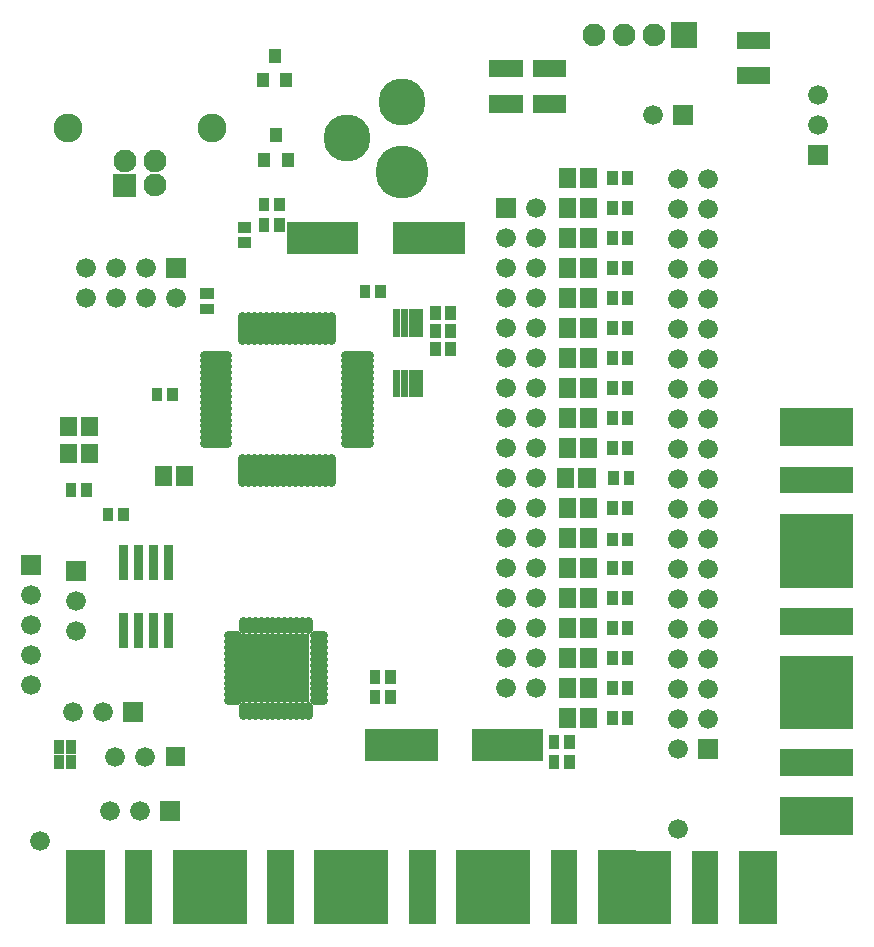
<source format=gbr>
G04 start of page 5 for group -4063 idx -4063 *
G04 Title: (unknown), componentmask *
G04 Creator: pcb 20140316 *
G04 CreationDate: Tue Feb 26 01:41:17 2019 UTC *
G04 For: tim *
G04 Format: Gerber/RS-274X *
G04 PCB-Dimensions (mil): 2834.65 3051.18 *
G04 PCB-Coordinate-Origin: lower left *
%MOIN*%
%FSLAX25Y25*%
%LNTOPMASK*%
%ADD89R,0.0230X0.0230*%
%ADD88R,0.0400X0.0400*%
%ADD87R,0.0350X0.0350*%
%ADD86R,0.1051X0.1051*%
%ADD85R,0.0300X0.0300*%
%ADD84C,0.0300*%
%ADD83R,0.1281X0.1281*%
%ADD82R,0.0887X0.0887*%
%ADD81R,0.0355X0.0355*%
%ADD80R,0.0572X0.0572*%
%ADD79C,0.0960*%
%ADD78C,0.0760*%
%ADD77C,0.1770*%
%ADD76C,0.1570*%
%ADD75C,0.0420*%
%ADD74C,0.0001*%
%ADD73C,0.0660*%
G54D73*X165957Y199531D03*
Y189531D03*
Y179531D03*
Y169531D03*
Y159531D03*
Y149531D03*
Y139531D03*
Y129531D03*
Y119531D03*
Y109531D03*
Y99531D03*
Y89531D03*
Y79531D03*
X175957D03*
Y89531D03*
Y99531D03*
Y109531D03*
Y119531D03*
Y129531D03*
G54D74*G36*
X230157Y62331D02*Y55731D01*
X236757D01*
Y62331D01*
X230157D01*
G37*
G54D73*X223457Y59031D03*
X233457Y69031D03*
X223457D03*
X233457Y79031D03*
X223457D03*
X233457Y89031D03*
X223323Y32394D03*
X223457Y89031D03*
Y99031D03*
Y109031D03*
X233457Y99031D03*
Y109031D03*
Y119031D03*
Y129031D03*
Y139031D03*
Y149031D03*
X223457Y119031D03*
Y129031D03*
Y139031D03*
Y149031D03*
G54D75*X94051Y91126D03*
Y81283D03*
X84209D03*
Y91126D03*
G54D74*G36*
X50657Y41831D02*Y35231D01*
X57257D01*
Y41831D01*
X50657D01*
G37*
G54D73*X43957Y38531D03*
X33957D03*
X10528Y28457D03*
G54D74*G36*
X19460Y121831D02*Y115231D01*
X26060D01*
Y121831D01*
X19460D01*
G37*
G54D73*X22760Y108531D03*
Y98531D03*
G54D74*G36*
X4275Y123686D02*Y117086D01*
X10875D01*
Y123686D01*
X4275D01*
G37*
G54D73*X7575Y110386D03*
Y100386D03*
Y90465D03*
Y80425D03*
G54D74*G36*
X52503Y59906D02*Y53306D01*
X59103D01*
Y59906D01*
X52503D01*
G37*
G54D73*X45803Y56606D03*
X35803D03*
G54D74*G36*
X38330Y74867D02*Y68267D01*
X44930D01*
Y74867D01*
X38330D01*
G37*
G54D73*X31630Y71567D03*
X21630D03*
G54D76*X112953Y262949D03*
X131457Y274760D03*
G54D77*Y251531D03*
G54D74*G36*
X162657Y242831D02*Y236231D01*
X169257D01*
Y242831D01*
X162657D01*
G37*
G54D73*X165957Y229531D03*
Y219531D03*
Y209531D03*
G54D74*G36*
X35157Y250831D02*Y243231D01*
X42757D01*
Y250831D01*
X35157D01*
G37*
G54D78*X48957Y247031D03*
Y255031D03*
X38957D03*
G54D79*X67957Y266031D03*
X19957D03*
G54D74*G36*
X52657Y222831D02*Y216231D01*
X59257D01*
Y222831D01*
X52657D01*
G37*
G54D73*X45957Y219531D03*
X35957D03*
X25957D03*
X55957Y209531D03*
X45957D03*
X35957D03*
X25957D03*
X175957Y139531D03*
Y149531D03*
Y159531D03*
Y169531D03*
Y179531D03*
Y189531D03*
Y199531D03*
Y209531D03*
Y219531D03*
Y229531D03*
Y239531D03*
X233457Y159031D03*
X223457D03*
Y169031D03*
Y179031D03*
X233457Y169031D03*
Y179031D03*
Y189031D03*
Y199031D03*
Y209031D03*
Y219031D03*
X223457Y189031D03*
Y199031D03*
Y209031D03*
Y219031D03*
X233457Y229031D03*
Y239031D03*
Y249031D03*
X223457Y229031D03*
Y239031D03*
Y249031D03*
G54D74*G36*
X221657Y273831D02*Y267231D01*
X228257D01*
Y273831D01*
X221657D01*
G37*
G54D73*X214957Y270531D03*
G54D74*G36*
X221157Y301331D02*Y292731D01*
X229757D01*
Y301331D01*
X221157D01*
G37*
G54D78*X215457Y297031D03*
X205457D03*
X195457D03*
G54D74*G36*
X266657Y260331D02*Y253731D01*
X273257D01*
Y260331D01*
X266657D01*
G37*
G54D73*X269957Y267031D03*
Y277031D03*
G54D80*X193500Y249924D02*Y249138D01*
Y219924D02*Y219138D01*
X186414Y249924D02*Y249138D01*
Y219924D02*Y219138D01*
Y209924D02*Y209138D01*
Y199924D02*Y199138D01*
Y189924D02*Y189138D01*
Y179924D02*Y179138D01*
X193500Y239924D02*Y239138D01*
X186414Y239924D02*Y239138D01*
G54D81*X201398Y250023D02*Y249039D01*
X206516Y250023D02*Y249039D01*
X201398Y240023D02*Y239039D01*
X206516Y240023D02*Y239039D01*
X201398Y230023D02*Y229039D01*
X206516Y230023D02*Y229039D01*
G54D80*X193500Y209924D02*Y209138D01*
Y199924D02*Y199138D01*
Y189924D02*Y189138D01*
Y179924D02*Y179138D01*
Y169924D02*Y169138D01*
X186414Y169924D02*Y169138D01*
X193500Y159924D02*Y159138D01*
X186414Y159924D02*Y159138D01*
G54D81*X201398Y220023D02*Y219039D01*
Y210023D02*Y209039D01*
Y200023D02*Y199039D01*
X206516Y220023D02*Y219039D01*
Y210023D02*Y209039D01*
Y200023D02*Y199039D01*
Y190023D02*Y189039D01*
Y180023D02*Y179039D01*
Y170023D02*Y169039D01*
X201398Y190023D02*Y189039D01*
Y180023D02*Y179039D01*
Y170023D02*Y169039D01*
Y160023D02*Y159039D01*
X206516Y160023D02*Y159039D01*
X201898Y150023D02*Y149039D01*
X201398Y140023D02*Y139039D01*
X207016Y150023D02*Y149039D01*
X206516Y140023D02*Y139039D01*
G54D82*X185309Y20949D02*Y5201D01*
G54D80*X193500Y129924D02*Y129138D01*
Y119924D02*Y119138D01*
Y109924D02*Y109138D01*
X186414Y129924D02*Y129138D01*
Y119924D02*Y119138D01*
Y109924D02*Y109138D01*
Y99924D02*Y99138D01*
Y89924D02*Y89138D01*
Y79924D02*Y79138D01*
X193500Y99924D02*Y99138D01*
Y89924D02*Y89138D01*
Y79924D02*Y79138D01*
Y69924D02*Y69138D01*
X186414Y69924D02*Y69138D01*
G54D81*X187090Y61941D02*Y60957D01*
Y55248D02*Y54264D01*
G54D80*X186414Y139924D02*Y139138D01*
X193500Y139924D02*Y139138D01*
X185914Y149924D02*Y149138D01*
X193000Y149924D02*Y149138D01*
G54D83*X203025Y18981D02*Y7170D01*
G54D81*X201398Y129523D02*Y128539D01*
X206516Y129523D02*Y128539D01*
X201398Y120023D02*Y119039D01*
X206516Y120023D02*Y119039D01*
X201398Y110023D02*Y109039D01*
X206516Y110023D02*Y109039D01*
X201398Y100023D02*Y99039D01*
X206516Y100023D02*Y99039D01*
X201398Y90023D02*Y89039D01*
Y70023D02*Y69039D01*
X206516Y90023D02*Y89039D01*
Y70023D02*Y69039D01*
X201398Y80023D02*Y79039D01*
X206516Y80023D02*Y79039D01*
G54D84*X78008Y156161D02*Y148287D01*
X79976Y156161D02*Y148287D01*
X81945Y156161D02*Y148287D01*
X83913Y156161D02*Y148287D01*
X85882Y156161D02*Y148287D01*
X87850Y156161D02*Y148287D01*
X89819Y156161D02*Y148287D01*
X91787Y156161D02*Y148287D01*
X93756Y156161D02*Y148287D01*
X95724Y156161D02*Y148287D01*
X97693Y156161D02*Y148287D01*
X99661Y156161D02*Y148287D01*
X101630Y156161D02*Y148287D01*
X103598Y156161D02*Y148287D01*
X105567Y156161D02*Y148287D01*
X107535Y156161D02*Y148287D01*
X65213Y190610D02*X73087D01*
X65213Y188642D02*X73087D01*
X65213Y186673D02*X73087D01*
X65213Y184705D02*X73087D01*
X65213Y182736D02*X73087D01*
X65213Y180768D02*X73087D01*
X65213Y178799D02*X73087D01*
X65213Y176831D02*X73087D01*
X65213Y174862D02*X73087D01*
X65213Y172894D02*X73087D01*
X65213Y163051D02*X73087D01*
G54D80*X58952Y150503D02*Y149717D01*
X51866Y150503D02*Y149717D01*
G54D81*X49701Y177768D02*Y176784D01*
X54819Y177768D02*Y176784D01*
G54D84*X65213Y170925D02*X73087D01*
X65213Y168957D02*X73087D01*
X65213Y166988D02*X73087D01*
X65213Y165020D02*X73087D01*
G54D80*X27260Y167039D02*Y166253D01*
G54D84*X65213Y161083D02*X73087D01*
G54D85*X53457Y125731D02*Y117031D01*
X48457Y125731D02*Y117031D01*
X43457Y125731D02*Y117031D01*
X38457Y125731D02*Y117031D01*
G54D81*X33362Y137807D02*Y136823D01*
X38480Y137807D02*Y136823D01*
X20961Y145878D02*Y144894D01*
X26079Y145878D02*Y144894D01*
G54D80*X27260Y157984D02*Y157198D01*
X20174Y157984D02*Y157198D01*
Y167039D02*Y166253D01*
G54D82*X90820Y20949D02*Y5201D01*
G54D83*X108537Y18981D02*Y7170D01*
G54D82*X138065Y20949D02*Y5201D01*
G54D83*X120348Y18981D02*Y7170D01*
X155781Y18981D02*Y7170D01*
X167592Y18981D02*Y7170D01*
G54D86*X124339Y60543D02*X137945D01*
X159945D02*X173213D01*
G54D81*X181972Y61941D02*Y60957D01*
Y55248D02*Y54264D01*
G54D82*X232272Y20843D02*Y5094D01*
G54D83*X249988Y18874D02*Y7063D01*
G54D82*X261612Y54587D02*X277360D01*
G54D83*X263580Y36870D02*X275391D01*
X214555Y18874D02*Y7063D01*
G54D84*X73382Y89157D02*X76335D01*
X73382Y87189D02*X76335D01*
X73382Y85220D02*X76335D01*
X73382Y83252D02*X76335D01*
X73382Y81283D02*X76335D01*
G54D81*X122339Y83673D02*Y82689D01*
X127457Y83673D02*Y82689D01*
G54D84*X73382Y79315D02*X76335D01*
X73382Y77346D02*X76335D01*
X73382Y75378D02*X76335D01*
G54D81*X122339Y76980D02*Y75996D01*
X127457Y76980D02*Y75996D01*
G54D83*X263580Y83882D02*X275391D01*
X263580Y72304D02*X275391D01*
G54D82*X43576Y20949D02*Y5201D01*
G54D83*X61293Y18981D02*Y7170D01*
X25860Y18981D02*Y7170D01*
X73104Y18981D02*Y7170D01*
G54D87*X21014Y55309D02*Y54309D01*
X17014Y60309D02*Y59309D01*
Y55309D02*Y54309D01*
X21014Y60309D02*Y59309D01*
G54D84*X73382Y97031D02*X76335D01*
X78303Y101953D02*Y99000D01*
X73382Y95063D02*X76335D01*
X73382Y93094D02*X76335D01*
X73382Y91126D02*X76335D01*
X80272Y101953D02*Y99000D01*
X82240Y101953D02*Y99000D01*
X84209Y101953D02*Y99000D01*
X86177Y101953D02*Y99000D01*
X88146Y101953D02*Y99000D01*
G54D74*G36*
X77803Y97531D02*Y74878D01*
X100457D01*
Y97531D01*
X77803D01*
G37*
G54D84*X90114Y101953D02*Y99000D01*
X92083Y101953D02*Y99000D01*
X94051Y101953D02*Y99000D01*
X96020Y101953D02*Y99000D01*
X97988Y101953D02*Y99000D01*
G54D85*X38457Y103031D02*Y94331D01*
X43457Y103031D02*Y94331D01*
X48457Y103031D02*Y94331D01*
X53457Y103031D02*Y94331D01*
G54D84*X99957Y101953D02*Y99000D01*
X101925Y97031D02*X104878D01*
X101925Y95063D02*X104878D01*
X101925Y93094D02*X104878D01*
X101925Y91126D02*X104878D01*
X101925Y89157D02*X104878D01*
X101925Y87189D02*X104878D01*
X101925Y85220D02*X104878D01*
X101925Y83252D02*X104878D01*
X101925Y81283D02*X104878D01*
X101925Y79315D02*X104878D01*
X101925Y77346D02*X104878D01*
X101925Y75378D02*X104878D01*
X78303Y73409D02*Y70457D01*
X80272Y73409D02*Y70457D01*
X82240Y73409D02*Y70457D01*
X84209Y73409D02*Y70457D01*
X86177Y73409D02*Y70457D01*
X88146Y73409D02*Y70457D01*
X90114Y73409D02*Y70457D01*
X92083Y73409D02*Y70457D01*
X94051Y73409D02*Y70457D01*
X96020Y73409D02*Y70457D01*
X97988Y73409D02*Y70457D01*
X99957Y73409D02*Y70457D01*
G54D86*X133457Y229531D02*X147063D01*
G54D80*X193500Y229924D02*Y229138D01*
X186414Y229924D02*Y229138D01*
G54D88*X85457Y255831D02*Y255231D01*
X93257Y255831D02*Y255231D01*
X89357Y264031D02*Y263431D01*
X84957Y282331D02*Y281731D01*
X92757Y282331D02*Y281731D01*
X88857Y290531D02*Y289931D01*
G54D80*X245702Y283626D02*X251212D01*
X245702Y295436D02*X251212D01*
X163202Y274126D02*X168712D01*
X163202Y285936D02*X168712D01*
X177702D02*X183212D01*
X177702Y274126D02*X183212D01*
G54D86*X98189Y229531D02*X111457D01*
G54D81*X78343Y227866D02*X79327D01*
X78343Y232984D02*X79327D01*
X90449Y241153D02*Y240169D01*
X85331Y241153D02*Y240169D01*
X90449Y234264D02*Y233280D01*
X85331Y234264D02*Y233280D01*
G54D84*X107535Y203406D02*Y195531D01*
X105567Y203406D02*Y195531D01*
X103598Y203406D02*Y195531D01*
X101630Y203406D02*Y195531D01*
X99661Y203406D02*Y195531D01*
X97693Y203406D02*Y195531D01*
X95724Y203406D02*Y195531D01*
X93756Y203406D02*Y195531D01*
X91787Y203406D02*Y195531D01*
X89819Y203406D02*Y195531D01*
X87850Y203406D02*Y195531D01*
X85882Y203406D02*Y195531D01*
X83913Y203406D02*Y195531D01*
X81945Y203406D02*Y195531D01*
X79976Y203406D02*Y195531D01*
X78008Y203406D02*Y195531D01*
Y197500D02*Y195531D01*
G54D81*X65862Y205831D02*X66846D01*
X65862Y210949D02*X66846D01*
G54D84*X112457Y190610D02*X120331D01*
X112457Y188642D02*X120331D01*
X112457Y186673D02*X120331D01*
X112457Y184705D02*X120331D01*
X112457Y182736D02*X120331D01*
X112457Y180768D02*X120331D01*
X112457Y178799D02*X120331D01*
G54D89*X129619Y184476D02*Y177570D01*
X132178Y184476D02*Y177570D01*
X134736Y184476D02*Y177570D01*
X137295Y184476D02*Y177570D01*
G54D84*X112457Y176831D02*X120331D01*
X112457Y174862D02*X120331D01*
X112457Y172894D02*X120331D01*
X112457Y170925D02*X120331D01*
X112457Y168957D02*X120331D01*
X112457Y166988D02*X120331D01*
X112457Y165020D02*X120331D01*
X112457Y163051D02*X120331D01*
X112457Y161083D02*X120331D01*
G54D89*X137295Y204492D02*Y197586D01*
X134736Y204492D02*Y197586D01*
X132178Y204492D02*Y197586D01*
X129619Y204492D02*Y197586D01*
G54D81*X142398Y205023D02*Y204039D01*
X147516Y205023D02*Y204039D01*
X142398Y199023D02*Y198039D01*
X147516Y199023D02*Y198039D01*
X142398Y193023D02*Y192039D01*
X147516Y193023D02*Y192039D01*
X124098Y212138D02*Y211154D01*
X118980Y212138D02*Y211154D01*
G54D82*X261612Y101599D02*X277360D01*
G54D83*X263580Y119315D02*X275391D01*
G54D82*X261612Y148843D02*X277360D01*
G54D83*X263580Y166560D02*X275391D01*
X263580Y131127D02*X275391D01*
M02*

</source>
